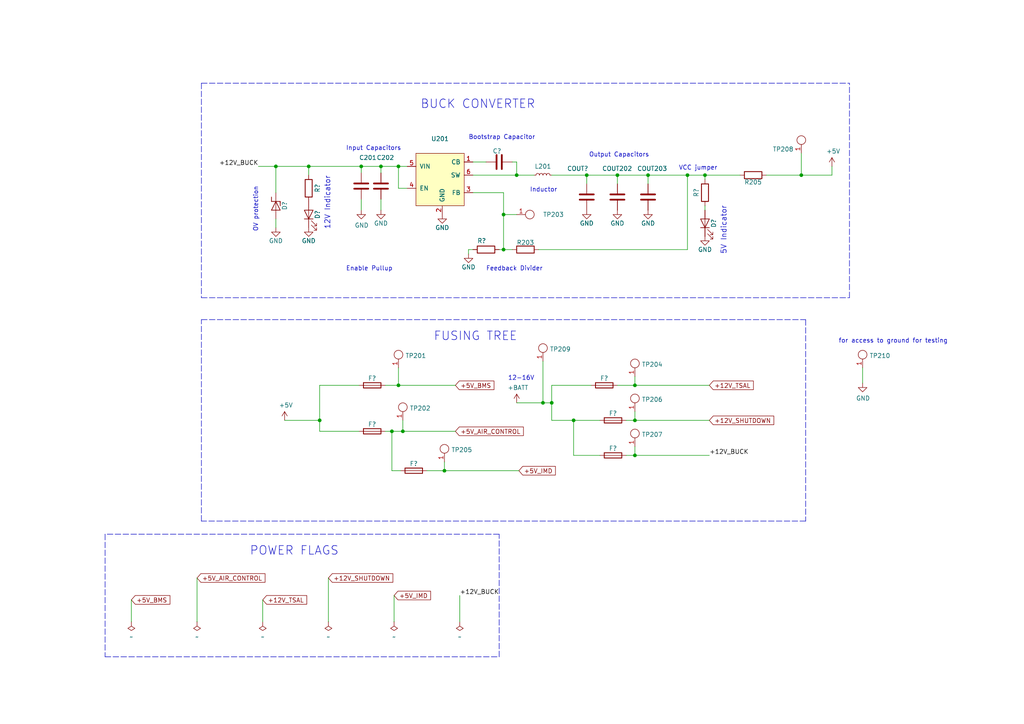
<source format=kicad_sch>
(kicad_sch (version 20211123) (generator eeschema)
  (paper "A4")
  (lib_symbols
    (symbol "formula:C_0.1uF" (pin_numbers hide) (pin_names (offset 0.254))
      (property "Reference" "C" (at 0.635 2.54 0))
      (property "Value" "C_0.1uF" (at 0.635 -2.54 0))
      (symbol "C_0.1uF_0_1"
        (polyline (pts (xy -2.032 -0.762) (xy 2.032 -0.762)) (stroke (width 0.508)))
        (polyline (pts (xy -2.032 0.762) (xy 2.032 0.762)) (stroke (width 0.508)))
      )
      (symbol "C_0.1uF_1_1"
        (pin passive line (at 0 3.81 270) (length 2.794) (name "~") (number "1"))
        (pin passive line (at 0 -3.81 90) (length 2.794) (name "~") (number "2"))
      )
    )
    (symbol "formula:C_2.2uF" (pin_numbers hide) (pin_names (offset 0.254))
      (property "Reference" "C" (at 0.635 3.81 0))
      (property "Value" "C_2.2uF" (at 0.635 -1.27 0))
      (symbol "C_2.2uF_0_1"
        (polyline (pts (xy -2.032 0.508) (xy 2.032 0.508)) (stroke (width 0.508)))
        (polyline (pts (xy -2.032 2.032) (xy 2.032 2.032)) (stroke (width 0.508)))
      )
      (symbol "C_2.2uF_1_1"
        (pin passive line (at 0 5.08 270) (length 2.794) (name "~") (number "1"))
        (pin passive line (at 0 -2.54 90) (length 2.794) (name "~") (number "2"))
      )
    )
    (symbol "formula:C_22uF" (pin_numbers hide) (pin_names (offset 0.254))
      (property "Reference" "C" (at 0.635 2.54 0))
      (property "Value" "C_22uF" (at 0.635 -2.54 0))
      (symbol "C_22uF_0_1"
        (polyline (pts (xy -2.032 -0.762) (xy 2.032 -0.762)) (stroke (width 0.508)))
        (polyline (pts (xy -2.032 0.762) (xy 2.032 0.762)) (stroke (width 0.508)))
      )
      (symbol "C_22uF_1_1"
        (pin passive line (at 0 3.81 270) (length 2.794) (name "~") (number "1"))
        (pin passive line (at 0 -3.81 90) (length 2.794) (name "~") (number "2"))
      )
    )
    (symbol "formula:C_33uF" (pin_numbers hide) (pin_names (offset 0.254))
      (property "Reference" "C" (at 0.635 2.54 0))
      (property "Value" "C_33uF" (at 2.54 -7.62 0))
      (symbol "C_33uF_0_1"
        (polyline (pts (xy -2.032 -0.762) (xy 2.032 -0.762)) (stroke (width 0.508)))
        (polyline (pts (xy -2.032 0.762) (xy 2.032 0.762)) (stroke (width 0.508)))
      )
      (symbol "C_33uF_1_1"
        (pin passive line (at 0 3.81 270) (length 2.794) (name "~") (number "1"))
        (pin passive line (at 0 -3.81 90) (length 2.794) (name "~") (number "2"))
      )
    )
    (symbol "formula:C_47uF" (pin_numbers hide) (pin_names (offset 0.254))
      (property "Reference" "C" (at 0.635 2.54 0))
      (property "Value" "C_47uF" (at 0.635 -2.54 0))
      (symbol "C_47uF_0_1"
        (polyline (pts (xy -2.032 -0.762) (xy 2.032 -0.762)) (stroke (width 0.508)))
        (polyline (pts (xy -2.032 0.762) (xy 2.032 0.762)) (stroke (width 0.508)))
      )
      (symbol "C_47uF_1_1"
        (pin passive line (at 0 3.81 270) (length 2.794) (name "~") (number "1"))
        (pin passive line (at 0 -3.81 90) (length 2.794) (name "~") (number "2"))
      )
    )
    (symbol "formula:D_Zener_18V" (pin_numbers hide) (pin_names (offset 1.016) hide)
      (property "Reference" "D" (at 0 2.54 0))
      (property "Value" "D_Zener_18V" (at 0 -2.54 0))
      (symbol "D_Zener_18V_0_1"
        (polyline (pts (xy -1.27 -1.27) (xy -2.54 -1.27)) (stroke (width 0.2032)))
        (polyline (pts (xy -1.27 1.27) (xy 0 1.27)) (stroke (width 0.2032)))
        (polyline (pts (xy 1.27 0) (xy -1.27 0)))
        (polyline (pts (xy -1.27 -1.27) (xy -1.27 1.27) (xy -0.762 1.27)) (stroke (width 0.2032)))
        (polyline (pts (xy 1.27 -1.27) (xy 1.27 1.27) (xy -1.27 0) (xy 1.27 -1.27)) (stroke (width 0.2032)))
      )
      (symbol "D_Zener_18V_1_1"
        (pin passive line (at -3.81 0 0) (length 2.54) (name "K") (number "1"))
        (pin passive line (at 3.81 0 180) (length 2.54) (name "A") (number "2"))
      )
    )
    (symbol "formula:F_500mA_16V" (pin_numbers hide) (pin_names (offset 0))
      (property "Reference" "F" (at 2.032 0 90))
      (property "Value" "F_500mA_16V" (at -1.905 0 90))
      (symbol "F_500mA_16V_0_1"
        (rectangle (start -0.762 -2.54) (end 0.762 2.54) (stroke (width 0.254)))
        (polyline (pts (xy 0 2.54) (xy 0 -2.54)))
      )
      (symbol "F_500mA_16V_1_1"
        (pin passive line (at 0 3.81 270) (length 1.27) (name "~") (number "1"))
        (pin passive line (at 0 -3.81 90) (length 1.27) (name "~") (number "2"))
      )
    )
    (symbol "formula:LED_0805" (pin_numbers hide) (pin_names (offset 1.016) hide)
      (property "Reference" "D" (at 0 -2.54 0))
      (property "Value" "LED_0805" (at 0 2.54 0))
      (symbol "LED_0805_0_1"
        (polyline (pts (xy -1.27 -1.27) (xy -1.27 1.27)) (stroke (width 0.2032)))
        (polyline (pts (xy -1.27 0) (xy 1.27 0)))
        (polyline (pts (xy 1.27 -1.27) (xy 1.27 1.27) (xy -1.27 0) (xy 1.27 -1.27)) (stroke (width 0.2032)))
        (polyline (pts (xy -3.048 -0.762) (xy -4.572 -2.286) (xy -3.81 -2.286) (xy -4.572 -2.286) (xy -4.572 -1.524)))
        (polyline (pts (xy -1.778 -0.762) (xy -3.302 -2.286) (xy -2.54 -2.286) (xy -3.302 -2.286) (xy -3.302 -1.524)))
      )
      (symbol "LED_0805_1_1"
        (pin passive line (at -3.81 0 0) (length 2.54) (name "K") (number "1"))
        (pin passive line (at 3.81 0 180) (length 2.54) (name "A") (number "2"))
      )
    )
    (symbol "formula:L_100uH" (pin_numbers hide) (pin_names (offset 1.016) hide)
      (property "Reference" "L" (at 0 -1.27 0))
      (property "Value" "L_100uH" (at 0 2.54 0))
      (symbol "L_100uH_1_1"
        (arc (start -1.016 0) (mid -1.524 0.508) (end -2.032 0))
        (arc (start 0 0) (mid -0.508 0.508) (end -1.016 0))
        (arc (start 1.016 0) (mid 0.508 0.508) (end 0 0))
        (arc (start 2.032 0) (mid 1.524 0.508) (end 1.016 0))
        (pin passive line (at -2.54 0 0) (length 0.508) (name "~") (number "1"))
        (pin passive line (at 2.54 0 180) (length 0.508) (name "~") (number "2"))
      )
    )
    (symbol "formula:R_0_2512" (pin_numbers hide) (pin_names (offset 0))
      (property "Reference" "R" (at 2.032 0 90))
      (property "Value" "R_0_2512" (at -2.54 0 90))
      (symbol "R_0_2512_0_1"
        (rectangle (start -1.016 -2.54) (end 1.016 2.54) (stroke (width 0.254)))
      )
      (symbol "R_0_2512_1_1"
        (pin passive line (at 0 3.81 270) (length 1.27) (name "~") (number "1"))
        (pin passive line (at 0 -3.81 90) (length 1.27) (name "~") (number "2"))
      )
    )
    (symbol "formula:R_10K" (pin_numbers hide) (pin_names (offset 0))
      (property "Reference" "R" (at 2.032 0 90))
      (property "Value" "R_10K" (at -2.54 0 90))
      (symbol "R_10K_0_1"
        (rectangle (start -1.016 -2.54) (end 1.016 2.54) (stroke (width 0.254)))
      )
      (symbol "R_10K_1_1"
        (pin passive line (at 0 3.81 270) (length 1.27) (name "~") (number "1"))
        (pin passive line (at 0 -3.81 90) (length 1.27) (name "~") (number "2"))
      )
    )
    (symbol "formula:R_1K" (pin_numbers hide) (pin_names (offset 0))
      (property "Reference" "R" (at 2.032 0 90))
      (property "Value" "R_1K" (at -2.54 0 90))
      (symbol "R_1K_0_1"
        (rectangle (start -1.016 -2.54) (end 1.016 2.54) (stroke (width 0.254)))
      )
      (symbol "R_1K_1_1"
        (pin passive line (at 0 3.81 270) (length 1.27) (name "~") (number "1"))
        (pin passive line (at 0 -3.81 90) (length 1.27) (name "~") (number "2"))
      )
    )
    (symbol "formula:R_200" (pin_numbers hide) (pin_names (offset 0))
      (property "Reference" "R" (at 2.032 0 90))
      (property "Value" "R_200" (at -2.54 0 90))
      (symbol "R_200_0_1"
        (rectangle (start -1.016 -2.54) (end 1.016 2.54) (stroke (width 0.254)))
      )
      (symbol "R_200_1_1"
        (pin passive line (at 0 3.81 270) (length 1.27) (name "~") (number "1"))
        (pin passive line (at 0 -3.81 90) (length 1.27) (name "~") (number "2"))
      )
    )
    (symbol "formula:R_54.9K" (pin_numbers hide) (pin_names (offset 0))
      (property "Reference" "R" (at 2.032 0 90))
      (property "Value" "R_54.9K" (at -2.54 0 90))
      (symbol "R_54.9K_0_1"
        (rectangle (start -1.016 -2.54) (end 1.016 2.54) (stroke (width 0.254)))
      )
      (symbol "R_54.9K_1_1"
        (pin passive line (at 0 3.81 270) (length 1.27) (name "~") (number "1"))
        (pin passive line (at 0 -3.81 90) (length 1.27) (name "~") (number "2"))
      )
    )
    (symbol "formula:TPS560430YF" (pin_names (offset 1.016))
      (property "Reference" "U" (at -5.08 -8.89 0))
      (property "Value" "TPS560430YF" (at 0 10.16 0))
      (symbol "TPS560430YF_0_1"
        (rectangle (start -6.35 -2.54) (end -6.35 -2.54))
        (rectangle (start -6.35 7.62) (end 7.62 -7.62) (fill (type background)))
      )
      (symbol "TPS560430YF_1_1"
        (pin bidirectional line (at 10.16 5.08 180) (length 2.54) (name "CB") (number "1"))
        (pin power_in line (at 1.27 -10.16 90) (length 2.54) (name "GND") (number "2"))
        (pin input line (at 10.16 -3.81 180) (length 2.54) (name "FB") (number "3"))
        (pin input line (at -8.89 -2.54 0) (length 2.54) (name "EN") (number "4"))
        (pin power_in line (at -8.89 3.81 0) (length 2.54) (name "VIN") (number "5"))
        (pin output line (at 10.16 1.27 180) (length 2.54) (name "SW") (number "6"))
      )
    )
    (symbol "formula:Test_Point_SMD" (pin_names (offset 1.016))
      (property "Reference" "TP" (at 0 7.62 0))
      (property "Value" "Test_Point_SMD" (at 1.27 5.08 0))
      (symbol "Test_Point_SMD_1_1"
        (circle (center 0 2.54) (radius 1.27))
        (pin input line (at 0 -1.27 90) (length 2.54) (name "~") (number "1"))
      )
    )
    (symbol "power:+5V" (power) (pin_names (offset 0))
      (property "Value" "+5V" (at 0 3.556 0))
      (symbol "+5V_0_1"
        (polyline (pts (xy -0.762 1.27) (xy 0 2.54)))
        (polyline (pts (xy 0 0) (xy 0 2.54)))
        (polyline (pts (xy 0 2.54) (xy 0.762 1.27)))
      )
      (symbol "+5V_1_1"
        (pin power_in line (at 0 0 90) (length 0) hide (name "+5V") (number "1"))
      )
    )
    (symbol "power:+BATT" (power) (pin_names (offset 0))
      (property "Value" "+BATT" (at 0 3.556 0))
      (symbol "+BATT_0_1"
        (polyline (pts (xy -0.762 1.27) (xy 0 2.54)))
        (polyline (pts (xy 0 0) (xy 0 2.54)))
        (polyline (pts (xy 0 2.54) (xy 0.762 1.27)))
      )
      (symbol "+BATT_1_1"
        (pin power_in line (at 0 0 90) (length 0) hide (name "+BATT") (number "1"))
      )
    )
    (symbol "power:GND" (power) (pin_names (offset 0))
      (property "Value" "GND" (at 0 -3.81 0))
      (symbol "GND_0_1"
        (polyline (pts (xy 0 0) (xy 0 -1.27) (xy 1.27 -1.27) (xy 0 -2.54) (xy -1.27 -1.27) (xy 0 -1.27)))
      )
      (symbol "GND_1_1"
        (pin power_in line (at 0 0 270) (length 0) hide (name "GND") (number "1"))
      )
    )
    (symbol "power:PWR_FLAG" (power) (pin_numbers hide) (pin_names (offset 0) hide)
      (property "Value" "PWR_FLAG" (at 0 3.81 0))
      (symbol "PWR_FLAG_0_0"
        (pin power_out line (at 0 0 90) (length 0) (name "pwr") (number "1"))
      )
      (symbol "PWR_FLAG_0_1"
        (polyline (pts (xy 0 0) (xy 0 1.27) (xy -1.016 1.905) (xy 0 2.54) (xy 1.016 1.905) (xy 0 1.27)))
      )
    )
  )
  (junction (at 115.57 111.76))
  (junction (at 187.96 50.8))
  (junction (at 116.84 125.095))
  (junction (at 80.01 48.26))
  (junction (at 166.37 121.92))
  (junction (at 179.07 50.8))
  (junction (at 160.02 116.84))
  (junction (at 146.05 72.39))
  (junction (at 110.49 48.26))
  (junction (at 170.18 50.8))
  (junction (at 184.15 121.92))
  (junction (at 128.905 136.525))
  (junction (at 92.71 121.92))
  (junction (at 149.86 50.8))
  (junction (at 113.665 125.095))
  (junction (at 232.41 50.8))
  (junction (at 104.775 48.26))
  (junction (at 184.15 111.76))
  (junction (at 204.47 50.8))
  (junction (at 89.535 48.26))
  (junction (at 199.39 50.8))
  (junction (at 157.48 116.84))
  (junction (at 115.57 48.26))
  (junction (at 146.05 62.23))
  (junction (at 184.15 132.08))
  (wire (pts (xy 157.48 104.775) (xy 157.48 116.84)))
  (wire (pts (xy 160.02 121.92) (xy 166.37 121.92)))
  (wire (pts (xy 146.05 72.39) (xy 146.05 62.23)))
  (wire (pts (xy 80.01 48.26) (xy 89.535 48.26)))
  (wire (pts (xy 113.665 125.095) (xy 113.665 136.525)))
  (wire (pts (xy 204.47 50.8) (xy 214.63 50.8)))
  (wire (pts (xy 92.71 125.095) (xy 104.14 125.095)))
  (wire (pts (xy 110.49 48.26) (xy 115.57 48.26)))
  (wire (pts (xy 181.61 121.92) (xy 184.15 121.92)))
  (wire (pts (xy 184.15 109.22) (xy 184.15 111.76)))
  (wire (pts (xy 184.15 132.08) (xy 205.74 132.08)))
  (wire (pts (xy 116.84 121.92) (xy 116.84 125.095)))
  (wire (pts (xy 104.775 48.26) (xy 110.49 48.26)))
  (wire (pts (xy 184.15 129.54) (xy 184.15 132.08)))
  (polyline (pts (xy 144.78 190.5) (xy 144.78 154.94)))
  (wire (pts (xy 166.37 121.92) (xy 166.37 132.08)))
  (wire (pts (xy 179.07 50.8) (xy 179.07 53.34)))
  (wire (pts (xy 89.535 48.26) (xy 104.775 48.26)))
  (polyline (pts (xy 30.48 154.94) (xy 30.48 190.5)))
  (wire (pts (xy 199.39 50.8) (xy 204.47 50.8)))
  (wire (pts (xy 171.45 111.76) (xy 160.02 111.76)))
  (wire (pts (xy 157.48 116.84) (xy 160.02 116.84)))
  (wire (pts (xy 38.1 173.99) (xy 38.1 180.34)))
  (wire (pts (xy 82.55 121.92) (xy 92.71 121.92)))
  (wire (pts (xy 123.825 136.525) (xy 128.905 136.525)))
  (wire (pts (xy 149.86 116.84) (xy 157.48 116.84)))
  (polyline (pts (xy 58.42 24.13) (xy 58.42 86.36)))
  (polyline (pts (xy 58.42 86.36) (xy 246.38 86.36)))
  (wire (pts (xy 149.86 46.99) (xy 148.59 46.99)))
  (wire (pts (xy 187.96 50.8) (xy 199.39 50.8)))
  (wire (pts (xy 199.39 50.8) (xy 199.39 72.39)))
  (wire (pts (xy 137.16 55.88) (xy 146.05 55.88)))
  (wire (pts (xy 149.86 50.8) (xy 154.94 50.8)))
  (wire (pts (xy 104.775 48.26) (xy 104.775 50.165)))
  (wire (pts (xy 160.02 111.76) (xy 160.02 116.84)))
  (polyline (pts (xy 58.42 24.13) (xy 246.38 24.13)))
  (wire (pts (xy 110.49 57.785) (xy 110.49 60.96)))
  (polyline (pts (xy 58.42 92.71) (xy 233.68 92.71)))
  (wire (pts (xy 113.665 136.525) (xy 116.205 136.525)))
  (wire (pts (xy 115.57 48.26) (xy 118.11 48.26)))
  (wire (pts (xy 241.3 50.8) (xy 241.3 48.26)))
  (polyline (pts (xy 144.78 154.94) (xy 30.48 154.94)))
  (wire (pts (xy 111.76 111.76) (xy 115.57 111.76)))
  (wire (pts (xy 74.93 48.26) (xy 80.01 48.26)))
  (wire (pts (xy 104.14 111.76) (xy 92.71 111.76)))
  (wire (pts (xy 116.84 125.095) (xy 132.08 125.095)))
  (wire (pts (xy 128.905 136.525) (xy 150.495 136.525)))
  (wire (pts (xy 137.16 46.99) (xy 140.97 46.99)))
  (wire (pts (xy 187.96 50.8) (xy 187.96 53.34)))
  (polyline (pts (xy 233.68 92.71) (xy 233.68 151.13)))
  (wire (pts (xy 133.35 172.72) (xy 133.35 180.34)))
  (wire (pts (xy 170.18 50.8) (xy 179.07 50.8)))
  (wire (pts (xy 204.47 59.69) (xy 204.47 60.96)))
  (wire (pts (xy 170.18 50.8) (xy 170.18 53.34)))
  (polyline (pts (xy 58.42 151.13) (xy 58.42 92.71)))
  (wire (pts (xy 80.01 48.26) (xy 80.01 55.88)))
  (wire (pts (xy 115.57 106.68) (xy 115.57 111.76)))
  (wire (pts (xy 137.16 50.8) (xy 149.86 50.8)))
  (wire (pts (xy 92.71 121.92) (xy 92.71 125.095)))
  (wire (pts (xy 115.57 111.76) (xy 132.08 111.76)))
  (wire (pts (xy 204.47 50.8) (xy 204.47 52.07)))
  (wire (pts (xy 232.41 50.8) (xy 241.3 50.8)))
  (wire (pts (xy 115.57 54.61) (xy 115.57 48.26)))
  (polyline (pts (xy 30.48 190.5) (xy 144.78 190.5)))
  (wire (pts (xy 222.25 50.8) (xy 232.41 50.8)))
  (wire (pts (xy 57.15 167.64) (xy 57.15 180.34)))
  (wire (pts (xy 232.41 44.45) (xy 232.41 50.8)))
  (wire (pts (xy 179.07 50.8) (xy 187.96 50.8)))
  (wire (pts (xy 181.61 132.08) (xy 184.15 132.08)))
  (wire (pts (xy 184.15 121.92) (xy 205.74 121.92)))
  (wire (pts (xy 89.535 50.8) (xy 89.535 48.26)))
  (wire (pts (xy 113.665 125.095) (xy 116.84 125.095)))
  (wire (pts (xy 128.905 133.985) (xy 128.905 136.525)))
  (wire (pts (xy 250.19 106.68) (xy 250.19 111.125)))
  (wire (pts (xy 179.07 111.76) (xy 184.15 111.76)))
  (wire (pts (xy 80.01 63.5) (xy 80.01 66.04)))
  (wire (pts (xy 137.16 72.39) (xy 135.89 72.39)))
  (wire (pts (xy 149.86 46.99) (xy 149.86 50.8)))
  (wire (pts (xy 148.59 72.39) (xy 146.05 72.39)))
  (polyline (pts (xy 246.38 86.36) (xy 246.38 24.13)))
  (wire (pts (xy 114.3 172.72) (xy 114.3 180.34)))
  (wire (pts (xy 166.37 132.08) (xy 173.99 132.08)))
  (wire (pts (xy 146.05 62.23) (xy 149.86 62.23)))
  (wire (pts (xy 111.76 125.095) (xy 113.665 125.095)))
  (wire (pts (xy 184.15 111.76) (xy 205.74 111.76)))
  (wire (pts (xy 146.05 62.23) (xy 146.05 55.88)))
  (wire (pts (xy 104.775 57.785) (xy 104.775 60.96)))
  (polyline (pts (xy 233.68 151.13) (xy 58.42 151.13)))
  (wire (pts (xy 146.05 72.39) (xy 144.78 72.39)))
  (wire (pts (xy 115.57 54.61) (xy 118.11 54.61)))
  (wire (pts (xy 92.71 111.76) (xy 92.71 121.92)))
  (wire (pts (xy 166.37 121.92) (xy 173.99 121.92)))
  (wire (pts (xy 184.15 119.38) (xy 184.15 121.92)))
  (wire (pts (xy 95.25 167.64) (xy 95.25 180.34)))
  (wire (pts (xy 76.2 180.34) (xy 76.2 173.99)))
  (wire (pts (xy 135.89 73.66) (xy 135.89 72.39)))
  (wire (pts (xy 110.49 50.165) (xy 110.49 48.26)))
  (wire (pts (xy 160.02 50.8) (xy 170.18 50.8)))
  (wire (pts (xy 156.21 72.39) (xy 199.39 72.39)))
  (wire (pts (xy 160.02 116.84) (xy 160.02 121.92)))
  (text "12V Indicator" (at 95.885 66.675 90) (effects (font (size 1.524 1.524)) (justify left bottom)))
  (text "5V Indicator" (at 210.82 59.69 270) (effects (font (size 1.524 1.524)) (justify right bottom)))
  (text "Output Capacitors" (at 170.815 45.72 0) (effects (font (size 1.27 1.27)) (justify left bottom)))
  (text "OV protection" (at 74.93 67.31 90) (effects (font (size 1.27 1.27)) (justify left bottom)))
  (text "VCC jumper" (at 196.85 49.53 0) (effects (font (size 1.27 1.27)) (justify left bottom)))
  (text "FUSING TREE" (at 125.73 99.06 0) (effects (font (size 2.4892 2.4892)) (justify left bottom)))
  (text "Bootstrap Capacitor\n" (at 135.89 40.64 0) (effects (font (size 1.27 1.27)) (justify left bottom)))
  (text "Enable Pullup" (at 100.33 78.74 0) (effects (font (size 1.27 1.27)) (justify left bottom)))
  (text "Inductor" (at 153.67 55.88 0) (effects (font (size 1.27 1.27)) (justify left bottom)))
  (text "POWER FLAGS" (at 72.39 161.29 0) (effects (font (size 2.4892 2.4892)) (justify left bottom)))
  (text "BUCK CONVERTER" (at 121.92 31.75 0) (effects (font (size 2.4892 2.4892)) (justify left bottom)))
  (text "for access to ground for testing" (at 243.205 99.695 0) (effects (font (size 1.27 1.27)) (justify left bottom)))
  (text "12-16V" (at 147.32 110.49 0) (effects (font (size 1.27 1.27)) (justify left bottom)))
  (text "Input Capacitors" (at 100.33 43.815 0) (effects (font (size 1.27 1.27)) (justify left bottom)))
  (text "Feedback Divider" (at 140.97 78.74 0) (effects (font (size 1.27 1.27)) (justify left bottom)))
  (label "+12V_BUCK" (at 74.93 48.26 180))
  (label "+12V_BUCK" (at 133.35 172.72 0))
  (label "+12V_BUCK" (at 205.74 132.08 0))
  (global_label "+5V_AIR_CONTROL" (shape input) (at 132.08 125.095 0) (property "Intersheet References" "${INTERSHEET_REFS}" (effects hide)))
  (global_label "+5V_AIR_CONTROL" (shape input) (at 57.15 167.64 0) (property "Intersheet References" "${INTERSHEET_REFS}" (effects hide)))
  (global_label "+12V_SHUTDOWN" (shape input) (at 95.25 167.64 0) (property "Intersheet References" "${INTERSHEET_REFS}" (effects hide)))
  (global_label "+5V_IMD" (shape input) (at 114.3 172.72 0) (property "Intersheet References" "${INTERSHEET_REFS}" (effects hide)))
  (global_label "+12V_SHUTDOWN" (shape input) (at 205.74 121.92 0) (property "Intersheet References" "${INTERSHEET_REFS}" (effects hide)))
  (global_label "+5V_IMD" (shape input) (at 150.495 136.525 0) (property "Intersheet References" "${INTERSHEET_REFS}" (effects hide)))
  (global_label "+12V_TSAL" (shape input) (at 76.2 173.99 0) (property "Intersheet References" "${INTERSHEET_REFS}" (effects hide)))
  (global_label "+12V_TSAL" (shape input) (at 205.74 111.76 0) (property "Intersheet References" "${INTERSHEET_REFS}" (effects hide)))
  (global_label "+5V_BMS" (shape input) (at 132.08 111.76 0) (property "Intersheet References" "${INTERSHEET_REFS}" (effects hide)))
  (global_label "+5V_BMS" (shape input) (at 38.1 173.99 0) (property "Intersheet References" "${INTERSHEET_REFS}" (effects hide)))
  (symbol (lib_id "formula:F_500mA_16V") (at 107.95 111.76 90) (unit 1)
    (property "Reference" "F?" (at 107.95 109.728 90))
    (property "Datasheet" "https://belfuse.com/resources/CircuitProtection/datasheets/0ZCH%20Nov2016.pdf" (effects hide))
    (property "MFN" "Digi-Key" (effects hide))
    (property "MPN" "507-1786-1-ND" (effects hide))
    (property "Package" "Value" (effects hide))
    (property "PurchasingLink" "https://www.digikey.com/product-detail/en/bel-fuse-inc/0ZCH0050FF2G/507-1786-1-ND/4156209" (effects hide))
  )
  (symbol (lib_id "power:+5V") (at 82.55 121.92 0) (unit 1)
    (property "Reference" "#PWR?" (effects hide))
  )
  (symbol (lib_id "formula:F_500mA_16V") (at 107.95 125.095 90) (unit 1)
    (property "Reference" "F?" (at 107.95 123.063 90))
    (property "Datasheet" "https://belfuse.com/resources/CircuitProtection/datasheets/0ZCH%20Nov2016.pdf" (effects hide))
    (property "MFN" "Digi-Key" (effects hide))
    (property "MPN" "507-1786-1-ND" (effects hide))
    (property "Package" "Value" (effects hide))
    (property "PurchasingLink" "https://www.digikey.com/product-detail/en/bel-fuse-inc/0ZCH0050FF2G/507-1786-1-ND/4156209" (effects hide))
  )
  (symbol (lib_id "formula:F_500mA_16V") (at 175.26 111.76 90) (unit 1)
    (property "Reference" "F?" (at 175.26 109.728 90))
    (property "Datasheet" "https://belfuse.com/resources/CircuitProtection/datasheets/0ZCH%20Nov2016.pdf" (effects hide))
    (property "MFN" "Digi-Key" (effects hide))
    (property "MPN" "507-1786-1-ND" (effects hide))
    (property "Package" "Value" (effects hide))
    (property "PurchasingLink" "https://www.digikey.com/product-detail/en/bel-fuse-inc/0ZCH0050FF2G/507-1786-1-ND/4156209" (effects hide))
  )
  (symbol (lib_id "formula:F_500mA_16V") (at 120.015 136.525 90) (unit 1)
    (property "Reference" "F?" (at 120.015 134.493 90))
    (property "Datasheet" "https://belfuse.com/resources/CircuitProtection/datasheets/0ZCH%20Nov2016.pdf" (effects hide))
    (property "MFN" "Digi-Key" (effects hide))
    (property "MPN" "507-1786-1-ND" (effects hide))
    (property "Package" "Value" (effects hide))
    (property "PurchasingLink" "https://www.digikey.com/product-detail/en/bel-fuse-inc/0ZCH0050FF2G/507-1786-1-ND/4156209" (effects hide))
  )
  (symbol (lib_id "power:+5V") (at 241.3 48.26 0) (unit 1)
    (property "Reference" "#PWR?" (effects hide))
  )
  (symbol (lib_id "formula:F_500mA_16V") (at 177.8 121.92 90) (unit 1)
    (property "Reference" "F?" (at 177.8 119.888 90))
    (property "Datasheet" "https://belfuse.com/resources/CircuitProtection/datasheets/0ZCH%20Nov2016.pdf" (effects hide))
    (property "MFN" "Digi-Key" (effects hide))
    (property "MPN" "507-1786-1-ND" (effects hide))
    (property "Package" "Value" (effects hide))
    (property "PurchasingLink" "https://www.digikey.com/product-detail/en/bel-fuse-inc/0ZCH0050FF2G/507-1786-1-ND/4156209" (effects hide))
  )
  (symbol (lib_id "formula:R_200") (at 204.47 55.88 0) (unit 1)
    (property "Reference" "R?" (at 201.93 55.88 90))
    (property "Datasheet" "https://www.seielect.com/Catalog/SEI-RMCF_RMCP.pdf" (effects hide))
    (property "MFN" "Digi-Key" (effects hide))
    (property "MPN" "RMCF0805JT200RCT-ND" (effects hide))
    (property "Package" "Value" (effects hide))
    (property "PurchasingLink" "https://www.digikey.com/products/en?keywords=RMCF0805JT200RCT-ND" (effects hide))
  )
  (symbol (lib_id "formula:LED_0805") (at 89.535 62.23 90) (unit 1)
    (property "Reference" "D?" (at 92.075 62.23 0))
    (property "Datasheet" "http://www.osram-os.com/Graphics/XPic9/00078860_0.pdf" (effects hide))
    (property "MPN" "475-1410-1-ND" (effects hide))
    (property "MFN" "Digi-Key" (effects hide))
    (property "Package" "Value" (effects hide))
    (property "PurchasingLink" "https://www.digikey.com/products/en?keywords=475-1410-1-ND" (effects hide))
  )
  (symbol (lib_id "formula:LED_0805") (at 204.47 64.77 90) (unit 1)
    (property "Reference" "D?" (at 207.01 64.77 0))
    (property "Datasheet" "http://www.osram-os.com/Graphics/XPic9/00078860_0.pdf" (effects hide))
    (property "MPN" "475-1410-1-ND" (effects hide))
    (property "MFN" "Digi-Key" (effects hide))
    (property "Package" "Value" (effects hide))
    (property "PurchasingLink" "https://www.digikey.com/products/en?keywords=475-1410-1-ND" (effects hide))
  )
  (symbol (lib_id "formula:C_0.1uF") (at 144.78 46.99 270) (unit 1)
    (property "Reference" "C?" (at 142.875 43.815 90) (effects (justify left)))
    (property "Datasheet" "http://datasheets.avx.com/X7RDielectric.pdf" (effects hide))
    (property "MPN" "478-3352-1-ND" (effects hide))
    (property "MFN" "Digi-Key" (effects hide))
    (property "Package" "Value" (effects hide))
    (property "PurchasingLink" "https://www.digikey.com/products/en?keywords=478-3352-1-ND" (effects hide))
  )
  (symbol (lib_id "formula:C_47uF") (at 170.18 57.15 0) (unit 1)
    (property "Reference" "COUT?" (at 164.465 48.895 0) (effects (justify left)))
    (property "Datasheet" "http://www.yuden.co.jp/productdata/catalog/en/mlcc_all_e.pdf" (effects hide))
    (property "MPN" "587-4280-1-ND" (effects hide))
    (property "MFN" "Digi-Key" (effects hide))
    (property "Package" "Value" (effects hide))
    (property "PurchasingLink" "https://www.digikey.com/product-detail/en/taiyo-yuden/JMK212BBJ476MG-T/587-4280-1-ND/5344315" (effects hide))
  )
  (symbol (lib_id "power:GND") (at 89.535 66.04 0) (unit 1)
    (property "Reference" "#PWR?" (effects hide))
  )
  (symbol (lib_id "power:GND") (at 110.49 60.96 0) (unit 1)
    (property "Reference" "#PWR?" (effects hide))
  )
  (symbol (lib_id "power:GND") (at 128.27 62.23 0) (unit 1)
    (property "Reference" "#PWR?" (effects hide))
  )
  (symbol (lib_id "power:GND") (at 135.89 73.66 0) (unit 1)
    (property "Reference" "#PWR?" (effects hide))
  )
  (symbol (lib_id "power:GND") (at 170.18 60.96 0) (unit 1)
    (property "Reference" "#PWR?" (effects hide))
  )
  (symbol (lib_id "power:GND") (at 204.47 68.58 0) (unit 1)
    (property "Reference" "#PWR?" (effects hide))
  )
  (symbol (lib_id "formula:F_500mA_16V") (at 177.8 132.08 90) (unit 1)
    (property "Reference" "F?" (at 177.8 130.048 90))
    (property "Datasheet" "https://belfuse.com/resources/CircuitProtection/datasheets/0ZCH%20Nov2016.pdf" (effects hide))
    (property "MFN" "Digi-Key" (effects hide))
    (property "MPN" "507-1786-1-ND" (effects hide))
    (property "Package" "Value" (effects hide))
    (property "PurchasingLink" "https://www.digikey.com/product-detail/en/bel-fuse-inc/0ZCH0050FF2G/507-1786-1-ND/4156209" (effects hide))
  )
  (symbol (lib_id "formula:D_Zener_18V") (at 80.01 59.69 270) (unit 1)
    (property "Reference" "D?" (at 82.55 59.69 0))
    (property "Datasheet" "http://www.mccsemi.com/up_pdf/SMBJ5338B-SMBJ5388B(SMB).pdf" (effects hide))
    (property "MPN" "SMBJ5355B-TPMSCT-ND" (effects hide))
    (property "MFN" "Digi-Key" (effects hide))
    (property "Package" "DO-214AA (SMB)" (effects hide))
    (property "PurchasingLink" "https://www.digikey.com/products/en?keywords=SMBJ5355B-TPMSCT-ND" (effects hide))
  )
  (symbol (lib_id "power:GND") (at 80.01 66.04 0) (unit 1)
    (property "Reference" "#PWR?" (effects hide))
  )
  (symbol (lib_id "power:GND") (at 179.07 60.96 0) (unit 1)
    (property "Reference" "#PWR?" (effects hide))
  )
  (symbol (lib_id "power:GND") (at 187.96 60.96 0) (unit 1)
    (property "Reference" "#PWR?" (effects hide))
  )
  (symbol (lib_id "formula:R_10K") (at 140.97 72.39 270) (unit 1)
    (property "Reference" "R?" (at 138.43 69.85 90) (effects (justify left)))
    (property "Datasheet" "http://www.bourns.com/data/global/pdfs/CRS.pdf" (effects hide))
    (property "MFN" "DK" (effects hide))
    (property "MPN" "CRS0805-FX-1002ELFCT-ND" (effects hide))
    (property "PurchasingLink" "https://www.digikey.com/products/en?keywords=CRS0805-FX-1002ELFCT-ND" (effects hide))
  )
  (symbol (lib_id "formula:R_1K") (at 89.535 54.61 0) (unit 1)
    (property "Reference" "R?" (at 92.075 55.88 90) (effects (justify left)))
    (property "Datasheet" "https://www.seielect.com/Catalog/SEI-rncp.pdf" (effects hide))
    (property "MFN" "DK" (effects hide))
    (property "MPN" "RNCP0805FTD1K00CT-ND" (effects hide))
    (property "PurchasingLink" "https://www.digikey.com/products/en?keywords=RNCP0805FTD1K00CT-ND" (effects hide))
  )
  (symbol (lib_id "formula:R_0_2512") (at 218.44 50.8 270) (unit 1)
    (property "Reference" "R205" (at 218.44 52.832 90))
    (property "Datasheet" "http://www.te.com/commerce/DocumentDelivery/DDEController?Action=srchrtrv&DocNm=9-1773463-7&DocType=DS&DocLang=English" (effects hide))
    (property "MFN" "DK" (effects hide))
    (property "MPN" "A121322CT-ND" (effects hide))
    (property "PurchasingLink" "https://www.digikey.com/products/en?keywords=A121322CT-ND" (effects hide))
  )
  (symbol (lib_id "formula:R_54.9K") (at 152.4 72.39 90) (unit 1)
    (property "Reference" "R203" (at 152.4 70.358 90))
    (property "Datasheet" "https://industrial.panasonic.com/cdbs/www-data/pdf/RDA0000/AOA0000C304.pdf" (effects hide))
    (property "MFN" "DK" (effects hide))
    (property "MPN" "311-54.9KCRCT-ND" (effects hide))
    (property "PurchasingLink" "https://www.digikey.com/product-detail/en/yageo/RC0805FR-0754K9L/311-54.9KCRCT-ND/730976" (effects hide))
  )
  (symbol (lib_id "formula:TPS560430YF") (at 127 52.07 0) (unit 1)
    (property "Reference" "U201" (at 127.635 40.259 0))
    (property "Datasheet" "http://www.ti.com/lit/ds/symlink/tps560430.pdf" (effects hide))
    (property "MPN" "TPS560430YFDBVR-ND" (effects hide))
    (property "MFN" "DK" (effects hide))
    (property "PurchasingLink" "https://www.digikey.com/product-detail/en/texas-instruments/TPS560430XDBVR/296-50420-6-ND/9685813" (effects hide))
  )
  (symbol (lib_id "formula:L_100uH") (at 157.48 50.8 0) (unit 1)
    (property "Reference" "L201" (at 157.48 48.26 0))
    (property "Datasheet" "https://product.tdk.com/info/en/catalog/datasheets/inductor_commercial_decoupling_nlfv32-ef_en.pdf" (effects hide))
    (property "MFN" "DK" (effects hide))
    (property "MPN" "445-15759-1-ND" (effects hide))
    (property "PurchasingLink" "https://www.digikey.com/product-detail/en/tdk-corporation/NLFV32T-101K-EF/445-15759-1-ND/4328055" (effects hide))
  )
  (symbol (lib_id "formula:C_22uF") (at 179.07 57.15 0) (unit 1)
    (property "Reference" "COUT202" (at 174.625 48.895 0) (effects (justify left)))
    (property "Datasheet" "https://product.tdk.com/info/en/catalog/datasheets/mlcc_commercial_general_en.pdf" (effects hide))
    (property "MFN" "DK" (effects hide))
    (property "MPN" "445-11693-1-ND" (effects hide))
    (property "PurchasingLink" "https://www.digikey.com/product-detail/en/tdk-corporation/C3216JB1C226M160AB/445-11693-1-ND/3953359" (effects hide))
  )
  (symbol (lib_id "formula:C_33uF") (at 187.96 57.15 0) (unit 1)
    (property "Reference" "COUT203" (at 184.785 48.895 0) (effects (justify left)))
    (property "Datasheet" "https://product.tdk.com/info/en/catalog/datasheets/mlcc_commercial_general_en.pdf" (effects hide))
    (property "MFN" "DK" (effects hide))
    (property "MPN" "445-3924-1-ND" (effects hide))
    (property "PurchasingLink" "https://www.digikey.com/product-detail/en/tdk-corporation/C4532X7R1C336M250KC/445-3924-1-ND/1923431" (effects hide))
  )
  (symbol (lib_id "formula:C_0.1uF") (at 110.49 53.975 0) (unit 1)
    (property "Reference" "C202" (at 109.22 45.72 0) (effects (justify left)))
    (property "Datasheet" "http://datasheets.avx.com/X7RDielectric.pdf" (effects hide))
    (property "MFN" "DK" (effects hide))
    (property "MPN" "478-3352-1-ND" (effects hide))
    (property "PurchasingLink" "https://www.digikey.com/products/en?keywords=478-3352-1-ND" (effects hide))
  )
  (symbol (lib_id "formula:C_2.2uF") (at 104.775 55.245 0) (unit 1)
    (property "Reference" "C201" (at 104.14 45.72 0) (effects (justify left)))
    (property "Datasheet" "http://www.yageo.com/documents/recent/UPY-GPHC_X5R_4V-to-50V_25.pdf" (effects hide))
    (property "MFN" "DK" (effects hide))
    (property "MPN" "311-1451-1-ND" (effects hide))
    (property "PurchasingLink" "https://www.digikey.com/product-detail/en/yageo/CC0603KRX5R6BB225/311-1451-1-ND/2833757" (effects hide))
  )
  (symbol (lib_id "power:GND") (at 104.775 60.96 0) (unit 1)
    (property "Reference" "#PWR?" (effects hide))
  )
  (symbol (lib_id "power:+BATT") (at 149.86 116.84 0) (unit 1)
    (property "Reference" "#PWR?" (effects hide))
  )
  (symbol (lib_id "formula:Test_Point_SMD") (at 115.57 105.41 0) (unit 1)
    (property "Reference" "TP201" (at 117.5512 103.1748 0) (effects (justify left)))
  )
  (symbol (lib_id "formula:Test_Point_SMD") (at 116.84 120.65 0) (unit 1)
    (property "Reference" "TP202" (at 118.8212 118.4148 0) (effects (justify left)))
  )
  (symbol (lib_id "formula:Test_Point_SMD") (at 184.15 107.95 0) (unit 1)
    (property "Reference" "TP204" (at 186.1312 105.7148 0) (effects (justify left)))
  )
  (symbol (lib_id "formula:Test_Point_SMD") (at 128.905 132.715 0) (unit 1)
    (property "Reference" "TP205" (at 130.8862 130.4798 0) (effects (justify left)))
  )
  (symbol (lib_id "formula:Test_Point_SMD") (at 184.15 118.11 0) (unit 1)
    (property "Reference" "TP206" (at 186.1312 115.8748 0) (effects (justify left)))
  )
  (symbol (lib_id "formula:Test_Point_SMD") (at 184.15 128.27 0) (unit 1)
    (property "Reference" "TP207" (at 186.1312 126.0348 0) (effects (justify left)))
  )
  (symbol (lib_id "formula:Test_Point_SMD") (at 232.41 43.18 0) (unit 1)
    (property "Reference" "TP208" (at 230.1748 43.2816 0) (effects (justify right)))
  )
  (symbol (lib_id "formula:Test_Point_SMD") (at 151.13 62.23 270) (unit 1)
    (property "Reference" "TP203" (at 157.48 62.23 90) (effects (justify left)))
  )
  (symbol (lib_id "power:PWR_FLAG") (at 38.1 180.34 180) (unit 1)
    (property "Reference" "#FLG?" (effects hide))
  )
  (symbol (lib_id "power:PWR_FLAG") (at 57.15 180.34 180) (unit 1)
    (property "Reference" "#FLG?" (effects hide))
  )
  (symbol (lib_id "power:PWR_FLAG") (at 76.2 180.34 180) (unit 1)
    (property "Reference" "#FLG?" (effects hide))
  )
  (symbol (lib_id "power:PWR_FLAG") (at 95.25 180.34 180) (unit 1)
    (property "Reference" "#FLG?" (effects hide))
  )
  (symbol (lib_id "power:PWR_FLAG") (at 114.3 180.34 180) (unit 1)
    (property "Reference" "#FLG?" (effects hide))
  )
  (symbol (lib_id "power:PWR_FLAG") (at 133.35 180.34 180) (unit 1)
    (property "Reference" "#FLG?" (effects hide))
  )
  (symbol (lib_id "formula:Test_Point_SMD") (at 157.48 103.505 0) (unit 1)
    (property "Reference" "TP209" (at 159.4612 101.2698 0) (effects (justify left)))
  )
  (symbol (lib_id "formula:Test_Point_SMD") (at 250.19 105.41 0) (unit 1)
    (property "Reference" "TP210" (at 252.1712 103.1748 0) (effects (justify left)))
  )
  (symbol (lib_id "power:GND") (at 250.19 111.125 0) (unit 1)
    (property "Reference" "#PWR?" (effects hide))
  )
)
</source>
